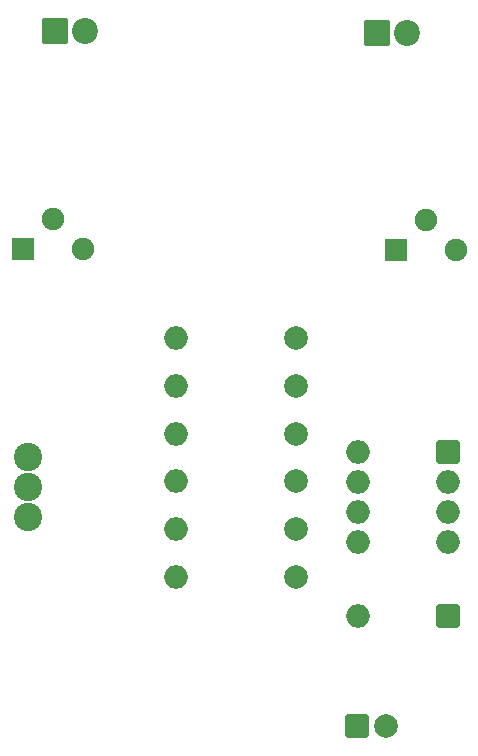
<source format=gbr>
%TF.GenerationSoftware,KiCad,Pcbnew,7.0.8*%
%TF.CreationDate,2024-08-22T12:09:47+02:00*%
%TF.ProjectId,Cow,436f772e-6b69-4636-9164-5f7063625858,rev?*%
%TF.SameCoordinates,Original*%
%TF.FileFunction,Soldermask,Top*%
%TF.FilePolarity,Negative*%
%FSLAX46Y46*%
G04 Gerber Fmt 4.6, Leading zero omitted, Abs format (unit mm)*
G04 Created by KiCad (PCBNEW 7.0.8) date 2024-08-22 12:09:47*
%MOMM*%
%LPD*%
G01*
G04 APERTURE LIST*
G04 Aperture macros list*
%AMRoundRect*
0 Rectangle with rounded corners*
0 $1 Rounding radius*
0 $2 $3 $4 $5 $6 $7 $8 $9 X,Y pos of 4 corners*
0 Add a 4 corners polygon primitive as box body*
4,1,4,$2,$3,$4,$5,$6,$7,$8,$9,$2,$3,0*
0 Add four circle primitives for the rounded corners*
1,1,$1+$1,$2,$3*
1,1,$1+$1,$4,$5*
1,1,$1+$1,$6,$7*
1,1,$1+$1,$8,$9*
0 Add four rect primitives between the rounded corners*
20,1,$1+$1,$2,$3,$4,$5,0*
20,1,$1+$1,$4,$5,$6,$7,0*
20,1,$1+$1,$6,$7,$8,$9,0*
20,1,$1+$1,$8,$9,$2,$3,0*%
G04 Aperture macros list end*
%ADD10RoundRect,0.200000X-0.900000X-0.900000X0.900000X-0.900000X0.900000X0.900000X-0.900000X0.900000X0*%
%ADD11C,2.200000*%
%ADD12RoundRect,0.200000X-0.750000X-0.750000X0.750000X-0.750000X0.750000X0.750000X-0.750000X0.750000X0*%
%ADD13C,1.900000*%
%ADD14RoundRect,0.200000X-0.800000X-0.800000X0.800000X-0.800000X0.800000X0.800000X-0.800000X0.800000X0*%
%ADD15C,2.000000*%
%ADD16C,2.400000*%
%ADD17O,2.000000X2.000000*%
%ADD18RoundRect,0.200000X0.800000X0.800000X-0.800000X0.800000X-0.800000X-0.800000X0.800000X-0.800000X0*%
G04 APERTURE END LIST*
D10*
%TO.C,D2*%
X150175000Y-81120000D03*
D11*
X152715000Y-81120000D03*
%TD*%
D10*
%TO.C,D1*%
X122900000Y-80960000D03*
D11*
X125440000Y-80960000D03*
%TD*%
D12*
%TO.C,Q2*%
X151730000Y-99500000D03*
D13*
X154270000Y-96960000D03*
X156810000Y-99500000D03*
%TD*%
D12*
%TO.C,Q1*%
X120130000Y-99380000D03*
D13*
X122670000Y-96840000D03*
X125210000Y-99380000D03*
%TD*%
D14*
%TO.C,C1*%
X148410000Y-139800000D03*
D15*
X150910000Y-139800000D03*
%TD*%
D16*
%TO.C,S1*%
X120620000Y-117030000D03*
X120620000Y-119570000D03*
X120620000Y-122110000D03*
%TD*%
D15*
%TO.C,R3*%
X143260000Y-106930000D03*
D17*
X133100000Y-106930000D03*
%TD*%
D15*
%TO.C,R7*%
X143260000Y-123130000D03*
D17*
X133100000Y-123130000D03*
%TD*%
D18*
%TO.C,U1*%
X156120000Y-116620000D03*
D17*
X156120000Y-119160000D03*
X156120000Y-121700000D03*
X156120000Y-124240000D03*
X148500000Y-124240000D03*
X148500000Y-121700000D03*
X148500000Y-119160000D03*
X148500000Y-116620000D03*
%TD*%
D15*
%TO.C,R6*%
X143260000Y-119080000D03*
D17*
X133100000Y-119080000D03*
%TD*%
D15*
%TO.C,R1off1*%
X143260000Y-127180000D03*
D17*
X133100000Y-127180000D03*
%TD*%
D15*
%TO.C,R4*%
X143260000Y-110980000D03*
D17*
X133100000Y-110980000D03*
%TD*%
D18*
%TO.C,D3*%
X156160000Y-130450000D03*
D17*
X148540000Y-130450000D03*
%TD*%
D15*
%TO.C,R5*%
X143260000Y-115030000D03*
D17*
X133100000Y-115030000D03*
%TD*%
M02*

</source>
